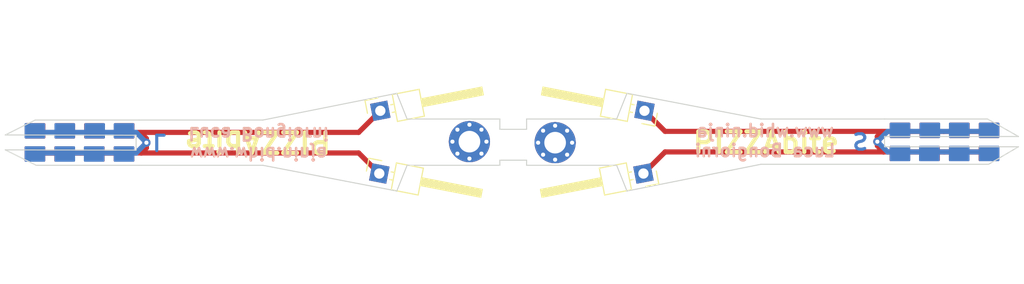
<source format=kicad_pcb>
(kicad_pcb (version 20221018) (generator pcbnew)
  (title_block (title "PIZZAbite Probe PCB") (date "2023-07-29") (rev "1.0") (company "WHID-We Hack In Disguise") (comment 1 "Copyright 2023 - Luca Bongiorni") (comment 2 "https://www.whid.ninja"))
  (layers (0 "F.Cu" signal) (31 "B.Cu" signal) (34 "B.Paste" user) (35 "F.Paste" user) (36 "B.SilkS" user "B.Silkscreen") (37 "F.SilkS" user "F.Silkscreen") (38 "B.Mask" user) (39 "F.Mask" user) (44 "Edge.Cuts" user))
  (net 0 "")
  (footprint "Connector_PinHeader_2.54mm:PinHeader_1x01_P2.54mm_Horizontal" (layer "F.Cu") (at 89.403274 33.23 169)
    (fp_text reference "REF**")
    (fp_text value "PinHeader_1x01_P2.54mm_Horizontal")
    (fp_line (start -1.27 -1.27) (end 0 -1.27) (stroke (width 0.12)) (layer "F.SilkS"))
    (fp_line (start -1.27 0) (end -1.27 -1.27) (stroke (width 0.12)) (layer "F.SilkS"))
    (fp_line (start 1.11 -0.38) (end 1.44 -0.38) (stroke (width 0.12)) (layer "F.SilkS"))
    (fp_line (start 1.11 0.38) (end 1.44 0.38) (stroke (width 0.12)) (layer "F.SilkS"))
    (fp_line (start 1.44 -1.33) (end 1.44 1.33) (stroke (width 0.12)) (layer "F.SilkS"))
    (fp_line (start 1.44 1.33) (end 4.1 1.33) (stroke (width 0.12)) (layer "F.SilkS"))
    (fp_line (start 4.1 -1.33) (end 1.44 -1.33) (stroke (width 0.12)) (layer "F.SilkS"))
    (fp_line (start 4.1 -0.38) (end 10.1 -0.38) (stroke (width 0.12)) (layer "F.SilkS"))
    (fp_line (start 4.1 -0.32) (end 10.1 -0.32) (stroke (width 0.12)) (layer "F.SilkS"))
    (fp_line (start 4.1 -0.2) (end 10.1 -0.2) (stroke (width 0.12)) (layer "F.SilkS"))
    (fp_line (start 4.1 -0.08) (end 10.1 -0.08) (stroke (width 0.12)) (layer "F.SilkS"))
    (fp_line (start 4.1 0.04) (end 10.1 0.04) (stroke (width 0.12)) (layer "F.SilkS"))
    (fp_line (start 4.1 0.16) (end 10.1 0.16) (stroke (width 0.12)) (layer "F.SilkS"))
    (fp_line (start 4.1 0.28) (end 10.1 0.28) (stroke (width 0.12)) (layer "F.SilkS"))
    (fp_line (start 4.1 1.33) (end 4.1 -1.33) (stroke (width 0.12)) (layer "F.SilkS"))
    (fp_line (start 10.1 -0.38) (end 10.1 0.38) (stroke (width 0.12)) (layer "F.SilkS"))
    (fp_line (start 10.1 0.38) (end 4.1 0.38) (stroke (width 0.12)) (layer "F.SilkS"))
    (pad "1" thru_hole rect (at 0 0 169) (size 1.7 1.7) (drill 1) (layers "F&B.Cu" "*.Mask"))
  )
  (footprint "" (layer "F.Cu") (at 114.203274 35.13)
    (fp_text reference "" (at 0 0) (layer "F.SilkS") (effects (font (size 1.27 1.27))))
    (fp_text value "" (at 0 0) (layer "F.SilkS") (effects (font (size 1.27 1.27))))
    (pad "2" smd roundrect (at 0 0 90) (size 1.5 2) (layers "B.Cu" "B.Paste" "B.Mask") (roundrect_rratio 0.06666666667))
  )
  (footprint "" (layer "F.Cu") (at 119.953274 35.13)
    (fp_text reference "" (at 0 0) (layer "F.SilkS") (effects (font (size 1.27 1.27))))
    (fp_text value "" (at 0 0) (layer "F.SilkS") (effects (font (size 1.27 1.27))))
    (pad "2" smd roundrect (at 0 0 90) (size 1.5 2) (layers "B.Cu" "B.Paste" "B.Mask") (roundrect_rratio 0.06666666667))
  )
  (footprint "" (layer "F.Cu") (at 122.853274 37.38)
    (fp_text reference "" (at 0 0) (layer "F.SilkS") (effects (font (size 1.27 1.27))))
    (fp_text value "" (at 0 0) (layer "F.SilkS") (effects (font (size 1.27 1.27))))
    (pad "2" smd roundrect (at 0 0 90) (size 1.5 2) (layers "B.Cu" "B.Paste" "B.Mask") (roundrect_rratio 0.06666666667))
  )
  (footprint "MountingHole:MountingHole_2.2mm_M2_Pad_Via" (layer "F.Cu") (at 72.413274 36.23)
    (fp_text reference "REF3")
    (fp_text value "MountingHole_2.2mm_M2_Pad_Via")
    (pad "1" thru_hole circle (at -1.65 0) (size 0.7 0.7) (drill 0.4) (layers "F&B.Cu" "*.Mask"))
    (pad "1" thru_hole circle (at -1.166726 -1.166726) (size 0.7 0.7) (drill 0.4) (layers "F&B.Cu" "*.Mask"))
    (pad "1" thru_hole circle (at -1.166726 1.166726) (size 0.7 0.7) (drill 0.4) (layers "F&B.Cu" "*.Mask"))
    (pad "1" thru_hole circle (at 0 -1.65) (size 0.7 0.7) (drill 0.4) (layers "F&B.Cu" "*.Mask"))
    (pad "1" thru_hole circle (at 0 0) (size 4 4) (drill 2.1) (layers "F&B.Cu" "*.Mask"))
    (pad "1" thru_hole circle (at 0 1.65) (size 0.7 0.7) (drill 0.4) (layers "F&B.Cu" "*.Mask"))
    (pad "1" thru_hole circle (at 1.166726 -1.166726) (size 0.7 0.7) (drill 0.4) (layers "F&B.Cu" "*.Mask"))
    (pad "1" thru_hole circle (at 1.166726 1.166726) (size 0.7 0.7) (drill 0.4) (layers "F&B.Cu" "*.Mask"))
    (pad "1" thru_hole circle (at 1.65 0) (size 0.7 0.7) (drill 0.4) (layers "F&B.Cu" "*.Mask"))
  )
  (footprint "Connector_PinHeader_2.54mm:PinHeader_1x01_P2.54mm_Horizontal" (layer "F.Cu") (at 63.763274 33.23 11)
    (fp_text reference "REF**")
    (fp_text value "PinHeader_1x01_P2.54mm_Horizontal")
    (fp_line (start -1.27 -1.27) (end 0 -1.27) (stroke (width 0.12)) (layer "F.SilkS"))
    (fp_line (start -1.27 0) (end -1.27 -1.27) (stroke (width 0.12)) (layer "F.SilkS"))
    (fp_line (start 1.11 -0.38) (end 1.44 -0.38) (stroke (width 0.12)) (layer "F.SilkS"))
    (fp_line (start 1.11 0.38) (end 1.44 0.38) (stroke (width 0.12)) (layer "F.SilkS"))
    (fp_line (start 1.44 -1.33) (end 1.44 1.33) (stroke (width 0.12)) (layer "F.SilkS"))
    (fp_line (start 1.44 1.33) (end 4.1 1.33) (stroke (width 0.12)) (layer "F.SilkS"))
    (fp_line (start 4.1 -1.33) (end 1.44 -1.33) (stroke (width 0.12)) (layer "F.SilkS"))
    (fp_line (start 4.1 -0.38) (end 10.1 -0.38) (stroke (width 0.12)) (layer "F.SilkS"))
    (fp_line (start 4.1 -0.32) (end 10.1 -0.32) (stroke (width 0.12)) (layer "F.SilkS"))
    (fp_line (start 4.1 -0.2) (end 10.1 -0.2) (stroke (width 0.12)) (layer "F.SilkS"))
    (fp_line (start 4.1 -0.08) (end 10.1 -0.08) (stroke (width 0.12)) (layer "F.SilkS"))
    (fp_line (start 4.1 0.04) (end 10.1 0.04) (stroke (width 0.12)) (layer "F.SilkS"))
    (fp_line (start 4.1 0.16) (end 10.1 0.16) (stroke (width 0.12)) (layer "F.SilkS"))
    (fp_line (start 4.1 0.28) (end 10.1 0.28) (stroke (width 0.12)) (layer "F.SilkS"))
    (fp_line (start 4.1 1.33) (end 4.1 -1.33) (stroke (width 0.12)) (layer "F.SilkS"))
    (fp_line (start 10.1 -0.38) (end 10.1 0.38) (stroke (width 0.12)) (layer "F.SilkS"))
    (fp_line (start 10.1 0.38) (end 4.1 0.38) (stroke (width 0.12)) (layer "F.SilkS"))
    (pad "1" thru_hole rect (at 0 0 11) (size 1.7 1.7) (drill 1) (layers "F&B.Cu" "*.Mask"))
  )
  (footprint "Connector_Wire:SolderWirePad_1x01_SMD_1x2mm" (layer "F.Cu") (at 33.121608 37.43 -90)
    (fp_text reference "REF**")
    (fp_text value "SolderWirePad_1x01_SMD_1x2mm")
    (pad "1" smd roundrect (at 0 0 270) (size 1.5 2) (layers "F.Cu" "F.Paste" "F.Mask") (roundrect_rratio 0.06666666667))
  )
  (footprint "Connector_Wire:SolderWirePad_1x01_SMD_1x2mm" (layer "F.Cu") (at 122.853274 35.13 90)
    (fp_text reference "REF**")
    (fp_text value "SolderWirePad_1x01_SMD_1x2mm")
    (pad "1" smd roundrect (at 0 0 90) (size 1.5 2) (layers "F.Cu" "F.Paste" "F.Mask") (roundrect_rratio 0.06666666667))
  )
  (footprint "" (layer "F.Cu") (at 35.988274 37.43 180)
    (fp_text reference "" (at 0 0) (layer "F.SilkS") (effects (font (size 1.27 1.27))))
    (fp_text value "" (at 0 0) (layer "F.SilkS") (effects (font (size 1.27 1.27))))
    (pad "2" smd roundrect (at 0 0 270) (size 1.5 2) (layers "B.Cu" "B.Paste" "B.Mask") (roundrect_rratio 0.06666666667))
  )
  (footprint "Connector_Wire:SolderWirePad_1x01_SMD_1x2mm" (layer "F.Cu") (at 114.203274 35.13 90)
    (fp_text reference "REF**")
    (fp_text value "SolderWirePad_1x01_SMD_1x2mm")
    (pad "1" smd roundrect (at 0 0 90) (size 1.5 2) (layers "F.Cu" "F.Paste" "F.Mask") (roundrect_rratio 0.06666666667))
  )
  (footprint "" (layer "F.Cu") (at 30.238274 35.18 180)
    (fp_text reference "" (at 0 0) (layer "F.SilkS") (effects (font (size 1.27 1.27))))
    (fp_text value "" (at 0 0) (layer "F.SilkS") (effects (font (size 1.27 1.27))))
    (pad "2" smd roundrect (at 0 0 270) (size 1.5 2) (layers "B.Cu" "B.Paste" "B.Mask") (roundrect_rratio 0.06666666667))
  )
  (footprint "" (layer "F.Cu") (at 117.053274 37.38)
    (fp_text reference "" (at 0 0) (layer "F.SilkS") (effects (font (size 1.27 1.27))))
    (fp_text value "" (at 0 0) (layer "F.SilkS") (effects (font (size 1.27 1.27))))
    (pad "2" smd roundrect (at 0 0 90) (size 1.5 2) (layers "B.Cu" "B.Paste" "B.Mask") (roundrect_rratio 0.06666666667))
  )
  (footprint "Connector_PinHeader_2.54mm:PinHeader_1x01_P2.54mm_Horizontal" (layer "F.Cu") (at 63.663274 39.33 -11)
    (fp_text reference "REF**")
    (fp_text value "PinHeader_1x01_P2.54mm_Horizontal")
    (fp_line (start -1.27 -1.27) (end 0 -1.27) (stroke (width 0.12)) (layer "F.SilkS"))
    (fp_line (start -1.27 0) (end -1.27 -1.27) (stroke (width 0.12)) (layer "F.SilkS"))
    (fp_line (start 1.11 -0.38) (end 1.44 -0.38) (stroke (width 0.12)) (layer "F.SilkS"))
    (fp_line (start 1.11 0.38) (end 1.44 0.38) (stroke (width 0.12)) (layer "F.SilkS"))
    (fp_line (start 1.44 -1.33) (end 1.44 1.33) (stroke (width 0.12)) (layer "F.SilkS"))
    (fp_line (start 1.44 1.33) (end 4.1 1.33) (stroke (width 0.12)) (layer "F.SilkS"))
    (fp_line (start 4.1 -1.33) (end 1.44 -1.33) (stroke (width 0.12)) (layer "F.SilkS"))
    (fp_line (start 4.1 -0.38) (end 10.1 -0.38) (stroke (width 0.12)) (layer "F.SilkS"))
    (fp_line (start 4.1 -0.32) (end 10.1 -0.32) (stroke (width 0.12)) (layer "F.SilkS"))
    (fp_line (start 4.1 -0.2) (end 10.1 -0.2) (stroke (width 0.12)) (layer "F.SilkS"))
    (fp_line (start 4.1 -0.08) (end 10.1 -0.08) (stroke (width 0.12)) (layer "F.SilkS"))
    (fp_line (start 4.1 0.04) (end 10.1 0.04) (stroke (width 0.12)) (layer "F.SilkS"))
    (fp_line (start 4.1 0.16) (end 10.1 0.16) (stroke (width 0.12)) (layer "F.SilkS"))
    (fp_line (start 4.1 0.28) (end 10.1 0.28) (stroke (width 0.12)) (layer "F.SilkS"))
    (fp_line (start 4.1 1.33) (end 4.1 -1.33) (stroke (width 0.12)) (layer "F.SilkS"))
    (fp_line (start 10.1 -0.38) (end 10.1 0.38) (stroke (width 0.12)) (layer "F.SilkS"))
    (fp_line (start 10.1 0.38) (end 4.1 0.38) (stroke (width 0.12)) (layer "F.SilkS"))
    (pad "1" thru_hole rect (at 0 0 349) (size 1.7 1.7) (drill 1) (layers "F&B.Cu" "*.Mask"))
  )
  (footprint "" (layer "F.Cu") (at 36.038274 35.18 180)
    (fp_text reference "" (at 0 0) (layer "F.SilkS") (effects (font (size 1.27 1.27))))
    (fp_text value "" (at 0 0) (layer "F.SilkS") (effects (font (size 1.27 1.27))))
    (pad "2" smd roundrect (at 0 0 270) (size 1.5 2) (layers "B.Cu" "B.Paste" "B.Mask") (roundrect_rratio 0.06666666667))
  )
  (footprint "MountingHole:MountingHole_2.2mm_M2" (layer "F.Cu") (at 75.463274 36.63)
    (fp_text reference "REF**")
    (fp_text value "MountingHole_2.2mm_M2")
    (pad "" np_thru_hole circle (at 0 0) (size 0.3 0.3) (drill 0.3) (layers "F&B.Cu" "*.Mask"))
  )
  (footprint "Connector_Wire:SolderWirePad_1x01_SMD_1x2mm" (layer "F.Cu") (at 38.888274 35.18 -90)
    (fp_text reference "REF**")
    (fp_text value "SolderWirePad_1x01_SMD_1x2mm")
    (pad "2" smd roundrect (at 0 0 270) (size 1.5 2) (layers "B.Cu" "B.Paste" "B.Mask") (roundrect_rratio 0.06666666667))
  )
  (footprint "MountingHole:MountingHole_2.2mm_M2_Pad_Via" (layer "F.Cu") (at 80.73 36.33 180)
    (fp_text reference "REF3")
    (fp_text value "MountingHole_2.2mm_M2_Pad_Via")
    (pad "1" thru_hole circle (at -1.65 0 180) (size 0.7 0.7) (drill 0.4) (layers "F&B.Cu" "*.Mask"))
    (pad "1" thru_hole circle (at -1.166726 -1.166726 180) (size 0.7 0.7) (drill 0.4) (layers "F&B.Cu" "*.Mask"))
    (pad "1" thru_hole circle (at -1.166726 1.166726 180) (size 0.7 0.7) (drill 0.4) (layers "F&B.Cu" "*.Mask"))
    (pad "1" thru_hole circle (at 0 -1.65 180) (size 0.7 0.7) (drill 0.4) (layers "F&B.Cu" "*.Mask"))
    (pad "1" thru_hole circle (at 0 0 180) (size 4 4) (drill 2.1) (layers "*.Cu" "*.Mask"))
    (pad "1" thru_hole circle (at 0 1.65 180) (size 0.7 0.7) (drill 0.4) (layers "F&B.Cu" "*.Mask"))
    (pad "1" thru_hole circle (at 1.166726 -1.166726 180) (size 0.7 0.7) (drill 0.4) (layers "F&B.Cu" "*.Mask"))
    (pad "1" thru_hole circle (at 1.166726 1.166726 180) (size 0.7 0.7) (drill 0.4) (layers "F&B.Cu" "*.Mask"))
    (pad "1" thru_hole circle (at 1.65 0 180) (size 0.7 0.7) (drill 0.4) (layers "F&B.Cu" "*.Mask"))
  )
  (footprint "MountingHole:MountingHole_2.2mm_M2" (layer "F.Cu") (at 75.463274 37.78)
    (fp_text reference "REF**")
    (fp_text value "MountingHole_2.2mm_M2")
    (pad "" np_thru_hole circle (at 0 0) (size 0.3 0.3) (drill 0.3) (layers "F&B.Cu" "*.Mask"))
  )
  (footprint "" (layer "F.Cu") (at 33.138274 35.18 180)
    (fp_text reference "" (at 0 0) (layer "F.SilkS") (effects (font (size 1.27 1.27))))
    (fp_text value "" (at 0 0) (layer "F.SilkS") (effects (font (size 1.27 1.27))))
    (pad "2" smd roundrect (at 0 0 270) (size 1.5 2) (layers "B.Cu" "B.Paste" "B.Mask") (roundrect_rratio 0.06666666667))
  )
  (footprint "Connector_Wire:SolderWirePad_1x01_SMD_1x2mm" (layer "F.Cu") (at 38.90494 35.18 -90)
    (fp_text reference "REF**")
    (fp_text value "SolderWirePad_1x01_SMD_1x2mm")
    (pad "1" smd roundrect (at 0 0 270) (size 1.5 2) (layers "F.Cu" "F.Paste" "F.Mask") (roundrect_rratio 0.06666666667))
  )
  (footprint "MountingHole:MountingHole_2.2mm_M2" (layer "F.Cu") (at 77.863274 36.63)
    (fp_text reference "REF**")
    (fp_text value "MountingHole_2.2mm_M2")
    (pad "" np_thru_hole circle (at 0 0) (size 0.3 0.3) (drill 0.3) (layers "F&B.Cu" "*.Mask"))
  )
  (footprint "" (layer "F.Cu") (at 119.953274 37.38)
    (fp_text reference "" (at 0 0) (layer "F.SilkS") (effects (font (size 1.27 1.27))))
    (fp_text value "" (at 0 0) (layer "F.SilkS") (effects (font (size 1.27 1.27))))
    (pad "2" smd roundrect (at 0 0 90) (size 1.5 2) (layers "B.Cu" "B.Paste" "B.Mask") (roundrect_rratio 0.06666666667))
  )
  (footprint "MountingHole:MountingHole_2.2mm_M2" (layer "F.Cu") (at 77.863274 35.93)
    (fp_text reference "REF**")
    (fp_text value "MountingHole_2.2mm_M2")
    (pad "" np_thru_hole circle (at 0 0) (size 0.3 0.3) (drill 0.3) (layers "F&B.Cu" "*.Mask"))
  )
  (footprint "" (layer "F.Cu") (at 30.238274 37.43 180)
    (fp_text reference "" (at 0 0) (layer "F.SilkS") (effects (font (size 1.27 1.27))))
    (fp_text value "" (at 0 0) (layer "F.SilkS") (effects (font (size 1.27 1.27))))
    (pad "2" smd roundrect (at 0 0 270) (size 1.5 2) (layers "B.Cu" "B.Paste" "B.Mask") (roundrect_rratio 0.06666666667))
  )
  (footprint "Connector_Wire:SolderWirePad_1x01_SMD_1x2mm" (layer "F.Cu") (at 117.069941 37.38 90)
    (fp_text reference "REF**")
    (fp_text value "SolderWirePad_1x01_SMD_1x2mm")
    (pad "1" smd roundrect (at 0 0 90) (size 1.5 2) (layers "F.Cu" "F.Paste" "F.Mask") (roundrect_rratio 0.06666666667))
  )
  (footprint "MountingHole:MountingHole_2.2mm_M2" (layer "F.Cu") (at 75.463274 35.93)
    (fp_text reference "REF**")
    (fp_text value "MountingHole_2.2mm_M2")
    (pad "" np_thru_hole circle (at 0 0) (size 0.3 0.3) (drill 0.3) (layers "F&B.Cu" "*.Mask"))
  )
  (footprint "Connector_PinHeader_2.54mm:PinHeader_1x01_P2.54mm_Horizontal" (layer "F.Cu") (at 89.303274 39.33 -169)
    (fp_text reference "REF**")
    (fp_text value "PinHeader_1x01_P2.54mm_Horizontal")
    (fp_line (start -1.27 -1.27) (end 0 -1.27) (stroke (width 0.12)) (layer "F.SilkS"))
    (fp_line (start -1.27 0) (end -1.27 -1.27) (stroke (width 0.12)) (layer "F.SilkS"))
    (fp_line (start 1.11 -0.38) (end 1.44 -0.38) (stroke (width 0.12)) (layer "F.SilkS"))
    (fp_line (start 1.11 0.38) (end 1.44 0.38) (stroke (width 0.12)) (layer "F.SilkS"))
    (fp_line (start 1.44 -1.33) (end 1.44 1.33) (stroke (width 0.12)) (layer "F.SilkS"))
    (fp_line (start 1.44 1.33) (end 4.1 1.33) (stroke (width 0.12)) (layer "F.SilkS"))
    (fp_line (start 4.1 -1.33) (end 1.44 -1.33) (stroke (width 0.12)) (layer "F.SilkS"))
    (fp_line (start 4.1 -0.38) (end 10.1 -0.38) (stroke (width 0.12)) (layer "F.SilkS"))
    (fp_line (start 4.1 -0.32) (end 10.1 -0.32) (stroke (width 0.12)) (layer "F.SilkS"))
    (fp_line (start 4.1 -0.2) (end 10.1 -0.2) (stroke (width 0.12)) (layer "F.SilkS"))
    (fp_line (start 4.1 -0.08) (end 10.1 -0.08) (stroke (width 0.12)) (layer "F.SilkS"))
    (fp_line (start 4.1 0.04) (end 10.1 0.04) (stroke (width 0.12)) (layer "F.SilkS"))
    (fp_line (start 4.1 0.16) (end 10.1 0.16) (stroke (width 0.12)) (layer "F.SilkS"))
    (fp_line (start 4.1 0.28) (end 10.1 0.28) (stroke (width 0.12)) (layer "F.SilkS"))
    (fp_line (start 4.1 1.33) (end 4.1 -1.33) (stroke (width 0.12)) (layer "F.SilkS"))
    (fp_line (start 10.1 -0.38) (end 10.1 0.38) (stroke (width 0.12)) (layer "F.SilkS"))
    (fp_line (start 10.1 0.38) (end 4.1 0.38) (stroke (width 0.12)) (layer "F.SilkS"))
    (pad "1" thru_hole rect (at 0 0 191) (size 1.7 1.7) (drill 1) (layers "F&B.Cu" "*.Mask"))
  )
  (footprint "Connector_Wire:SolderWirePad_1x01_SMD_1x2mm" (layer "F.Cu") (at 33.138274 35.18 -90)
    (fp_text reference "REF**")
    (fp_text value "SolderWirePad_1x01_SMD_1x2mm")
    (pad "1" smd roundrect (at 0 0 270) (size 1.5 2) (layers "F.Cu" "F.Paste" "F.Mask") (roundrect_rratio 0.06666666667))
  )
  (footprint "Connector_Wire:SolderWirePad_1x01_SMD_1x2mm" (layer "F.Cu") (at 122.836608 37.38 90)
    (fp_text reference "REF**")
    (fp_text value "SolderWirePad_1x01_SMD_1x2mm")
    (pad "1" smd roundrect (at 0 0 90) (size 1.5 2) (layers "F.Cu" "F.Paste" "F.Mask") (roundrect_rratio 0.06666666667))
  )
  (footprint "" (layer "F.Cu") (at 38.888274 37.43 180)
    (fp_text reference "" (at 0 0) (layer "F.SilkS") (effects (font (size 1.27 1.27))))
    (fp_text value "" (at 0 0) (layer "F.SilkS") (effects (font (size 1.27 1.27))))
    (pad "2" smd roundrect (at 0 0 270) (size 1.5 2) (layers "B.Cu" "B.Paste" "B.Mask") (roundrect_rratio 0.06666666667))
  )
  (footprint "Connector_Wire:SolderWirePad_1x01_SMD_1x2mm" (layer "F.Cu") (at 114.186608 37.38 90)
    (fp_text reference "REF**")
    (fp_text value "SolderWirePad_1x01_SMD_1x2mm")
    (pad "1" smd roundrect (at 0 0 90) (size 1.5 2) (layers "F.Cu" "F.Paste" "F.Mask") (roundrect_rratio 0.06666666667))
  )
  (footprint "Connector_Wire:SolderWirePad_1x01_SMD_1x2mm" (layer "F.Cu") (at 30.25494 35.18 -90)
    (fp_text reference "REF**")
    (fp_text value "SolderWirePad_1x01_SMD_1x2mm")
    (pad "1" smd roundrect (at 0 0 270) (size 1.5 2) (layers "F.Cu" "F.Paste" "F.Mask") (roundrect_rratio 0.06666666667))
  )
  (footprint "Connector_Wire:SolderWirePad_1x01_SMD_1x2mm" (layer "F.Cu") (at 119.96994 35.13 90)
    (fp_text reference "REF**")
    (fp_text value "SolderWirePad_1x01_SMD_1x2mm")
    (pad "1" smd roundrect (at 0 0 90) (size 1.5 2) (layers "F.Cu" "F.Paste" "F.Mask") (roundrect_rratio 0.06666666667))
  )
  (footprint "MountingHole:MountingHole_2.2mm_M2" (layer "F.Cu") (at 77.863274 37.23)
    (fp_text reference "REF**")
    (fp_text value "MountingHole_2.2mm_M2")
    (pad "" np_thru_hole circle (at 0 0) (size 0.3 0.3) (drill 0.3) (layers "F&B.Cu" "*.Mask"))
  )
  (footprint "MountingHole:MountingHole_2.2mm_M2" (layer "F.Cu") (at 75.463274 35.33)
    (fp_text reference "REF**")
    (fp_text value "MountingHole_2.2mm_M2")
    (pad "" np_thru_hole circle (at 0 0) (size 0.3 0.3) (drill 0.3) (layers "F&B.Cu" "*.Mask"))
  )
  (footprint "Connector_Wire:SolderWirePad_1x01_SMD_1x2mm" (layer "F.Cu") (at 36.004941 37.43 -90)
    (fp_text reference "REF**")
    (fp_text value "SolderWirePad_1x01_SMD_1x2mm")
    (pad "1" smd roundrect (at 0 0 270) (size 1.5 2) (layers "F.Cu" "F.Paste" "F.Mask") (roundrect_rratio 0.06666666667))
  )
  (footprint "Connector_Wire:SolderWirePad_1x01_SMD_1x2mm" (layer "F.Cu") (at 114.203274 37.38 90)
    (fp_text reference "REF**")
    (fp_text value "SolderWirePad_1x01_SMD_1x2mm")
    (pad "2" smd roundrect (at 0 0 90) (size 1.5 2) (layers "B.Cu" "B.Paste" "B.Mask") (roundrect_rratio 0.06666666667))
  )
  (footprint "Connector_Wire:SolderWirePad_1x01_SMD_1x2mm" (layer "F.Cu") (at 117.086607 35.13 90)
    (fp_text reference "REF**")
    (fp_text value "SolderWirePad_1x01_SMD_1x2mm")
    (pad "1" smd roundrect (at 0 0 90) (size 1.5 2) (layers "F.Cu" "F.Paste" "F.Mask") (roundrect_rratio 0.06666666667))
  )
  (footprint "Connector_Wire:SolderWirePad_1x01_SMD_1x2mm" (layer "F.Cu") (at 36.021607 35.18 -90)
    (fp_text reference "REF**")
    (fp_text value "SolderWirePad_1x01_SMD_1x2mm")
    (pad "1" smd roundrect (at 0 0 270) (size 1.5 2) (layers "F.Cu" "F.Paste" "F.Mask") (roundrect_rratio 0.06666666667))
  )
  (footprint "MountingHole:MountingHole_2.2mm_M2" (layer "F.Cu") (at 75.463274 37.23)
    (fp_text reference "REF**")
    (fp_text value "MountingHole_2.2mm_M2")
    (pad "" np_thru_hole circle (at 0 0) (size 0.3 0.3) (drill 0.3) (layers "F&B.Cu" "*.Mask"))
  )
  (footprint "MountingHole:MountingHole_2.2mm_M2" (layer "F.Cu") (at 77.863274 35.33)
    (fp_text reference "REF**")
    (fp_text value "MountingHole_2.2mm_M2")
    (pad "" np_thru_hole circle (at 0 0) (size 0.3 0.3) (drill 0.3) (layers "F&B.Cu" "*.Mask"))
  )
  (footprint "" (layer "F.Cu") (at 117.103274 35.13)
    (fp_text reference "" (at 0 0) (layer "F.SilkS") (effects (font (size 1.27 1.27))))
    (fp_text value "" (at 0 0) (layer "F.SilkS") (effects (font (size 1.27 1.27))))
    (pad "2" smd roundrect (at 0 0 90) (size 1.5 2) (layers "B.Cu" "B.Paste" "B.Mask") (roundrect_rratio 0.06666666667))
  )
  (footprint "Connector_Wire:SolderWirePad_1x01_SMD_1x2mm" (layer "F.Cu") (at 119.953274 37.38 90)
    (fp_text reference "REF**")
    (fp_text value "SolderWirePad_1x01_SMD_1x2mm")
    (pad "1" smd roundrect (at 0 0 90) (size 1.5 2) (layers "F.Cu" "F.Paste" "F.Mask") (roundrect_rratio 0.06666666667))
  )
  (footprint "" (layer "F.Cu") (at 122.853274 35.13)
    (fp_text reference "" (at 0 0) (layer "F.SilkS") (effects (font (size 1.27 1.27))))
    (fp_text value "" (at 0 0) (layer "F.SilkS") (effects (font (size 1.27 1.27))))
    (pad "2" smd roundrect (at 0 0 90) (size 1.5 2) (layers "B.Cu" "B.Paste" "B.Mask") (roundrect_rratio 0.06666666667))
  )
  (footprint "MountingHole:MountingHole_2.2mm_M2" (layer "F.Cu") (at 77.863274 37.78)
    (fp_text reference "REF**")
    (fp_text value "MountingHole_2.2mm_M2")
    (pad "" np_thru_hole circle (at 0 0) (size 0.3 0.3) (drill 0.3) (layers "F&B.Cu" "*.Mask"))
  )
  (footprint "Connector_Wire:SolderWirePad_1x01_SMD_1x2mm" (layer "F.Cu") (at 38.888274 37.43 -90)
    (fp_text reference "REF**")
    (fp_text value "SolderWirePad_1x01_SMD_1x2mm")
    (pad "1" smd roundrect (at 0 0 270) (size 1.5 2) (layers "F.Cu" "F.Paste" "F.Mask") (roundrect_rratio 0.06666666667))
  )
  (footprint "" (layer "F.Cu") (at 33.138274 37.43 180)
    (fp_text reference "" (at 0 0) (layer "F.SilkS") (effects (font (size 1.27 1.27))))
    (fp_text value "" (at 0 0) (layer "F.SilkS") (effects (font (size 1.27 1.27))))
    (pad "2" smd roundrect (at 0 0 270) (size 1.5 2) (layers "B.Cu" "B.Paste" "B.Mask") (roundrect_rratio 0.06666666667))
  )
  (footprint "Connector_Wire:SolderWirePad_1x01_SMD_1x2mm" (layer "F.Cu") (at 30.238274 37.43 -90)
    (fp_text reference "REF**")
    (fp_text value "SolderWirePad_1x01_SMD_1x2mm")
    (pad "1" smd roundrect (at 0 0 270) (size 1.5 2) (layers "F.Cu" "F.Paste" "F.Mask") (roundrect_rratio 0.06666666667))
  )
  (gr_line (start 86.703274 34.03) (end 87.703274 31.53) (stroke (width 0.1)) (layer "Edge.Cuts"))
  (gr_line (start 112.703274 34.03) (end 100.703274 34.03) (stroke (width 0.1)) (layer "Edge.Cuts"))
  (gr_line (start 66.363274 34.03) (end 65.363274 31.53) (stroke (width 0.1)) (layer "Edge.Cuts"))
  (gr_line (start 112.703274 35.73) (end 112.703274 36.73) (stroke (width 0.1)) (layer "Edge.Cuts"))
  (gr_line (start 75.363274 34.03) (end 66.363274 34.03) (stroke (width 0.1)) (layer "Edge.Cuts"))
  (gr_line (start 30.263274 34.13) (end 40.363274 34.13) (stroke (width 0.1)) (layer "Edge.Cuts"))
  (gr_line (start 112.703274 38.43) (end 100.703274 38.43) (stroke (width 0.1)) (layer "Edge.Cuts"))
  (gr_line (start 40.063274 37.055) (end 40.063274 35.605) (stroke (width 0.1)) (layer "Edge.Cuts"))
  (gr_line (start 40.063274 37.055) (end 27.363274 37.03) (stroke (width 0.1)) (layer "Edge.Cuts"))
  (gr_line (start 27.363274 37.03) (end 30.363274 38.53) (stroke (width 0.1)) (layer "Edge.Cuts"))
  (gr_line (start 75.363274 38.53) (end 75.363274 38.03) (stroke (width 0.1)) (layer "Edge.Cuts"))
  (gr_line (start 66.363274 38.53) (end 65.363274 41.03) (stroke (width 0.1)) (layer "Edge.Cuts"))
  (gr_line (start 112.703274 35.73) (end 125.703274 35.73) (stroke (width 0.1)) (layer "Edge.Cuts"))
  (gr_line (start 40.363274 34.13) (end 52.363274 34.13) (stroke (width 0.1)) (layer "Edge.Cuts"))
  (gr_line (start 77.963274 34.03) (end 77.963274 35.03) (stroke (width 0.1)) (layer "Edge.Cuts"))
  (gr_line (start 77.963274 34.03) (end 86.703274 34.03) (stroke (width 0.1)) (layer "Edge.Cuts"))
  (gr_line (start 122.803274 38.43) (end 112.703274 38.43) (stroke (width 0.1)) (layer "Edge.Cuts"))
  (gr_line (start 75.363274 38.53) (end 66.363274 38.53) (stroke (width 0.1)) (layer "Edge.Cuts"))
  (gr_line (start 40.363274 38.53) (end 52.363274 38.53) (stroke (width 0.1)) (layer "Edge.Cuts"))
  (gr_line (start 112.703274 36.73) (end 125.703274 36.73) (stroke (width 0.1)) (layer "Edge.Cuts"))
  (gr_line (start 77.963274 38.53) (end 86.703274 38.53) (stroke (width 0.1)) (layer "Edge.Cuts"))
  (gr_line (start 30.363274 38.53) (end 40.363274 38.53) (stroke (width 0.1)) (layer "Edge.Cuts"))
  (gr_line (start 77.963274 38.53) (end 77.963274 38.03) (stroke (width 0.1)) (layer "Edge.Cuts"))
  (gr_line (start 77.963274 38.03) (end 75.363274 38.03) (stroke (width 0.1)) (layer "Edge.Cuts"))
  (gr_line (start 40.063274 35.605) (end 27.363274 35.58) (stroke (width 0.1)) (layer "Edge.Cuts"))
  (gr_line (start 100.703274 38.43) (end 87.703274 41.03) (stroke (width 0.1)) (layer "Edge.Cuts"))
  (gr_line (start 75.363274 35.03) (end 75.363274 34.03) (stroke (width 0.1)) (layer "Edge.Cuts"))
  (gr_line (start 65.363274 41.03) (end 52.363274 38.53) (stroke (width 0.1)) (layer "Edge.Cuts"))
  (gr_line (start 52.363274 34.13) (end 65.363274 31.53) (stroke (width 0.1)) (layer "Edge.Cuts"))
  (gr_line (start 125.703274 35.73) (end 122.703274 34.03) (stroke (width 0.1)) (layer "Edge.Cuts"))
  (gr_line (start 75.363274 35.03) (end 77.963274 35.03) (stroke (width 0.1)) (layer "Edge.Cuts"))
  (gr_line (start 86.703274 38.53) (end 87.703274 41.03) (stroke (width 0.1)) (layer "Edge.Cuts"))
  (gr_line (start 27.363274 35.58) (end 30.263274 34.13) (stroke (width 0.1)) (layer "Edge.Cuts"))
  (gr_line (start 122.703274 34.03) (end 112.703274 34.03) (stroke (width 0.1)) (layer "Edge.Cuts"))
  (gr_line (start 87.703274 31.53) (end 100.703274 34.03) (stroke (width 0.1)) (layer "Edge.Cuts"))
  (gr_line (start 125.703274 36.73) (end 122.803274 38.43) (stroke (width 0.1)) (layer "Edge.Cuts"))
  (gr_text "S" (at 110.353274 36.28) (layer "B.Cu") (effects (font (size 1.5 1.5) (thickness 0.3)) (justify mirror)))
  (gr_text "L" (at 42.313274 36.28 180) (layer "B.Cu") (effects (font (size 1.5 1.5) (thickness 0.3)) (justify mirror)))
  (gr_text "www.whid.ninja\nLuca Bongiorni" (at 51.963274 36.43 180) (layer "B.SilkS") (effects (font (size 1.2 1.2) (thickness 0.25)) (justify mirror)))
  (gr_text "www.whid.ninja\nLuca Bongiorni" (at 101.103274 36.13) (layer "B.SilkS") (effects (font (size 1.2 1.2) (thickness 0.25)) (justify mirror)))
  (gr_text "PIZZAbite" (at 101.203274 36.33) (layer "F.SilkS") (effects (font (size 2 2) (thickness 0.4))))
  (gr_text "PIZZAbite" (at 51.863274 36.23 180) (layer "F.SilkS") (effects (font (size 2 2) (thickness 0.4))))
  (segment (start 38.963274 37.33) (end 40.563274 37.33) (width 0.5) (layer "F.Cu") (net 0))
  (segment (start 112.003274 36.63) (end 112.603274 37.23) (width 0.5) (layer "F.Cu") (net 0))
  (segment (start 114.153274 37.23) (end 112.603274 37.23) (width 0.5) (layer "F.Cu") (net 0))
  (segment (start 112.603274 37.23) (end 91.403274 37.23) (width 0.5) (layer "F.Cu") (net 0))
  (segment (start 91.403274 37.23) (end 89.303274 39.33) (width 0.5) (layer "F.Cu") (net 0))
  (segment (start 91.403274 35.23) (end 89.403274 33.23) (width 0.5) (layer "F.Cu") (net 0))
  (segment (start 61.663274 35.33) (end 63.763274 33.23) (width 0.5) (layer "F.Cu") (net 0))
  (segment (start 41.063274 35.93) (end 40.463274 35.33) (width 0.5) (layer "F.Cu") (net 0))
  (segment (start 40.463274 35.33) (end 61.663274 35.33) (width 0.5) (layer "F.Cu") (net 0))
  (segment (start 40.563274 37.33) (end 61.663274 37.33) (width 0.5) (layer "F.Cu") (net 0))
  (segment (start 114.153274 37.23) (end 118.503274 37.23) (width 0.5) (layer "F.Cu") (net 0))
  (segment (start 34.638274 37.33) (end 38.988274 37.33) (width 0.5) (layer "F.Cu") (net 0))
  (segment (start 112.503274 35.23) (end 91.403274 35.23) (width 0.5) (layer "F.Cu") (net 0))
  (segment (start 34.613274 37.33) (end 38.963274 37.33) (width 0.5) (layer "F.Cu") (net 0))
  (segment (start 122.853274 37.23) (end 118.503274 37.23) (width 0.5) (layer "F.Cu") (net 0))
  (segment (start 61.663274 37.33) (end 63.663274 39.33) (width 0.5) (layer "F.Cu") (net 0))
  (segment (start 38.938274 35.33) (end 34.588274 35.33) (width 0.5) (layer "F.Cu") (net 0))
  (segment (start 38.913274 35.33) (end 40.463274 35.33) (width 0.5) (layer "F.Cu") (net 0))
  (segment (start 30.238274 35.33) (end 34.588274 35.33) (width 0.5) (layer "F.Cu") (net 0))
  (segment (start 30.288274 37.33) (end 34.638274 37.33) (width 0.5) (layer "F.Cu") (net 0))
  (segment (start 41.063274 36.83) (end 41.063274 36.33) (width 0.5) (layer "F.Cu") (net 0))
  (segment (start 38.913274 35.33) (end 34.563274 35.33) (width 0.5) (layer "F.Cu") (net 0))
  (segment (start 112.503274 35.23) (end 112.003274 35.73) (width 0.5) (layer "F.Cu") (net 0))
  (segment (start 30.213274 35.33) (end 34.563274 35.33) (width 0.5) (layer "F.Cu") (net 0))
  (segment (start 30.263274 37.33) (end 34.613274 37.33) (width 0.5) (layer "F.Cu") (net 0))
  (segment (start 122.803274 35.23) (end 118.453274 35.23) (width 0.5) (layer "F.Cu") (net 0))
  (segment (start 112.003274 36.23) (end 112.003274 36.63) (width 0.2) (layer "F.Cu") (net 0))
  (segment (start 112.003274 35.73) (end 112.003274 36.23) (width 0.5) (layer "F.Cu") (net 0))
  (segment (start 118.453274 35.23) (end 114.103274 35.23) (width 0.5) (layer "F.Cu") (net 0))
  (segment (start 41.063274 36.33) (end 41.063274 35.93) (width 0.2) (layer "F.Cu") (net 0))
  (segment (start 40.563274 37.33) (end 41.063274 36.83) (width 0.5) (layer "F.Cu") (net 0))
  (segment (start 114.103274 35.23) (end 112.503274 35.23) (width 0.5) (layer "F.Cu") (net 0))
  (via (at 41.063274 36.33) (size 0.8) (drill 0.4) (layers "F.Cu" "B.Cu") (net 0))
  (via (at 112.003274 36.23) (size 0.8) (drill 0.4) (layers "F.Cu" "B.Cu") (net 0))
  (segment (start 122.853274 35.23) (end 113.003274 35.23) (width 0.5) (layer "B.Cu") (net 0))
  (segment (start 30.163274 35.33) (end 40.063274 35.33) (width 0.5) (layer "B.Cu") (net 0))
  (segment (start 113.003274 37.23) (end 112.003274 36.23) (width 0.5) (layer "B.Cu") (net 0))
  (segment (start 122.903274 37.23) (end 113.003274 37.23) (width 0.5) (layer "B.Cu") (net 0))
  (segment (start 30.213274 37.33) (end 40.063274 37.33) (width 0.5) (layer "B.Cu") (net 0))
  (segment (start 113.003274 35.23) (end 112.003274 36.23) (width 0.5) (layer "B.Cu") (net 0))
  (segment (start 40.063274 35.33) (end 41.063274 36.33) (width 0.5) (layer "B.Cu") (net 0))
  (segment (start 40.063274 37.33) (end 41.063274 36.33) (width 0.5) (layer "B.Cu") (net 0))
)
</source>
